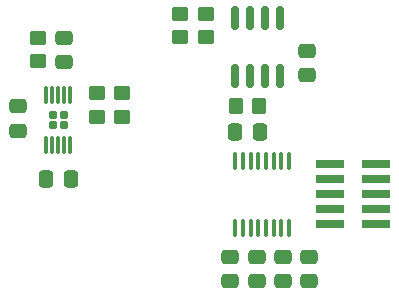
<source format=gbr>
%TF.GenerationSoftware,KiCad,Pcbnew,8.0.2*%
%TF.CreationDate,2025-01-07T16:45:11-05:00*%
%TF.ProjectId,Transimpedence,5472616e-7369-46d7-9065-64656e63652e,rev?*%
%TF.SameCoordinates,Original*%
%TF.FileFunction,Paste,Top*%
%TF.FilePolarity,Positive*%
%FSLAX46Y46*%
G04 Gerber Fmt 4.6, Leading zero omitted, Abs format (unit mm)*
G04 Created by KiCad (PCBNEW 8.0.2) date 2025-01-07 16:45:11*
%MOMM*%
%LPD*%
G01*
G04 APERTURE LIST*
G04 Aperture macros list*
%AMRoundRect*
0 Rectangle with rounded corners*
0 $1 Rounding radius*
0 $2 $3 $4 $5 $6 $7 $8 $9 X,Y pos of 4 corners*
0 Add a 4 corners polygon primitive as box body*
4,1,4,$2,$3,$4,$5,$6,$7,$8,$9,$2,$3,0*
0 Add four circle primitives for the rounded corners*
1,1,$1+$1,$2,$3*
1,1,$1+$1,$4,$5*
1,1,$1+$1,$6,$7*
1,1,$1+$1,$8,$9*
0 Add four rect primitives between the rounded corners*
20,1,$1+$1,$2,$3,$4,$5,0*
20,1,$1+$1,$4,$5,$6,$7,0*
20,1,$1+$1,$6,$7,$8,$9,0*
20,1,$1+$1,$8,$9,$2,$3,0*%
G04 Aperture macros list end*
%ADD10RoundRect,0.100000X-0.100000X0.637500X-0.100000X-0.637500X0.100000X-0.637500X0.100000X0.637500X0*%
%ADD11RoundRect,0.250000X-0.337500X-0.475000X0.337500X-0.475000X0.337500X0.475000X-0.337500X0.475000X0*%
%ADD12RoundRect,0.150000X-0.150000X0.825000X-0.150000X-0.825000X0.150000X-0.825000X0.150000X0.825000X0*%
%ADD13RoundRect,0.250000X-0.475000X0.337500X-0.475000X-0.337500X0.475000X-0.337500X0.475000X0.337500X0*%
%ADD14RoundRect,0.250000X-0.450000X0.350000X-0.450000X-0.350000X0.450000X-0.350000X0.450000X0.350000X0*%
%ADD15RoundRect,0.250000X0.475000X-0.337500X0.475000X0.337500X-0.475000X0.337500X-0.475000X-0.337500X0*%
%ADD16RoundRect,0.170000X0.210000X-0.170000X0.210000X0.170000X-0.210000X0.170000X-0.210000X-0.170000X0*%
%ADD17RoundRect,0.075000X0.075000X-0.650000X0.075000X0.650000X-0.075000X0.650000X-0.075000X-0.650000X0*%
%ADD18RoundRect,0.250000X-0.350000X-0.450000X0.350000X-0.450000X0.350000X0.450000X-0.350000X0.450000X0*%
%ADD19RoundRect,0.250000X0.450000X-0.350000X0.450000X0.350000X-0.450000X0.350000X-0.450000X-0.350000X0*%
%ADD20R,2.400000X0.740000*%
G04 APERTURE END LIST*
D10*
%TO.C,U3*%
X51259448Y-36053788D03*
X50609448Y-36053788D03*
X49959448Y-36053788D03*
X49309448Y-36053788D03*
X48659448Y-36053788D03*
X48009448Y-36053788D03*
X47359448Y-36053788D03*
X46709448Y-36053788D03*
X46709448Y-41778788D03*
X47359448Y-41778788D03*
X48009448Y-41778788D03*
X48659448Y-41778788D03*
X49309448Y-41778788D03*
X49959448Y-41778788D03*
X50609448Y-41778788D03*
X51259448Y-41778788D03*
%TD*%
D11*
%TO.C,C2*%
X30724448Y-37592000D03*
X32799448Y-37592000D03*
%TD*%
D12*
%TO.C,U1*%
X50505000Y-23975000D03*
X49235000Y-23975000D03*
X47965000Y-23975000D03*
X46695000Y-23975000D03*
X46695000Y-28925000D03*
X47965000Y-28925000D03*
X49235000Y-28925000D03*
X50505000Y-28925000D03*
%TD*%
D13*
%TO.C,C4*%
X28321000Y-31449100D03*
X28321000Y-33524100D03*
%TD*%
D14*
%TO.C,R2*%
X44193988Y-23625000D03*
X44193988Y-25625000D03*
%TD*%
D13*
%TO.C,C6*%
X50742133Y-44174500D03*
X50742133Y-46249500D03*
%TD*%
D11*
%TO.C,C5*%
X46712500Y-33630000D03*
X48787500Y-33630000D03*
%TD*%
D15*
%TO.C,C1*%
X52780000Y-28831488D03*
X52780000Y-26756488D03*
%TD*%
D16*
%TO.C,U2*%
X31254448Y-33029735D03*
X32194448Y-33029735D03*
X31254448Y-32189735D03*
X32194448Y-32189735D03*
D17*
X30724448Y-34759735D03*
X31224448Y-34759735D03*
X31724448Y-34759735D03*
X32224448Y-34759735D03*
X32724448Y-34759735D03*
X32724448Y-30459735D03*
X32224448Y-30459735D03*
X31724448Y-30459735D03*
X31224448Y-30459735D03*
X30724448Y-30459735D03*
%TD*%
D14*
%TO.C,R3*%
X30020000Y-25640000D03*
X30020000Y-27640000D03*
%TD*%
D13*
%TO.C,C7*%
X52970267Y-44174500D03*
X52970267Y-46249500D03*
%TD*%
D18*
%TO.C,R6*%
X46750000Y-31430000D03*
X48750000Y-31430000D03*
%TD*%
D13*
%TO.C,C9*%
X46285867Y-44174500D03*
X46285867Y-46249500D03*
%TD*%
D19*
%TO.C,R1*%
X42050000Y-25625000D03*
X42050000Y-23625000D03*
%TD*%
%TO.C,R4*%
X37117750Y-32325235D03*
X37117750Y-30325235D03*
%TD*%
D13*
%TO.C,C8*%
X48514000Y-44174500D03*
X48514000Y-46249500D03*
%TD*%
D15*
%TO.C,C3*%
X32224448Y-27707500D03*
X32224448Y-25632500D03*
%TD*%
D20*
%TO.C,J1*%
X54692000Y-36322000D03*
X58592000Y-36322000D03*
X54692000Y-37592000D03*
X58592000Y-37592000D03*
X54692000Y-38862000D03*
X58592000Y-38862000D03*
X54692000Y-40132000D03*
X58592000Y-40132000D03*
X54692000Y-41402000D03*
X58592000Y-41402000D03*
%TD*%
D14*
%TO.C,R5*%
X35013750Y-30329735D03*
X35013750Y-32329735D03*
%TD*%
M02*

</source>
